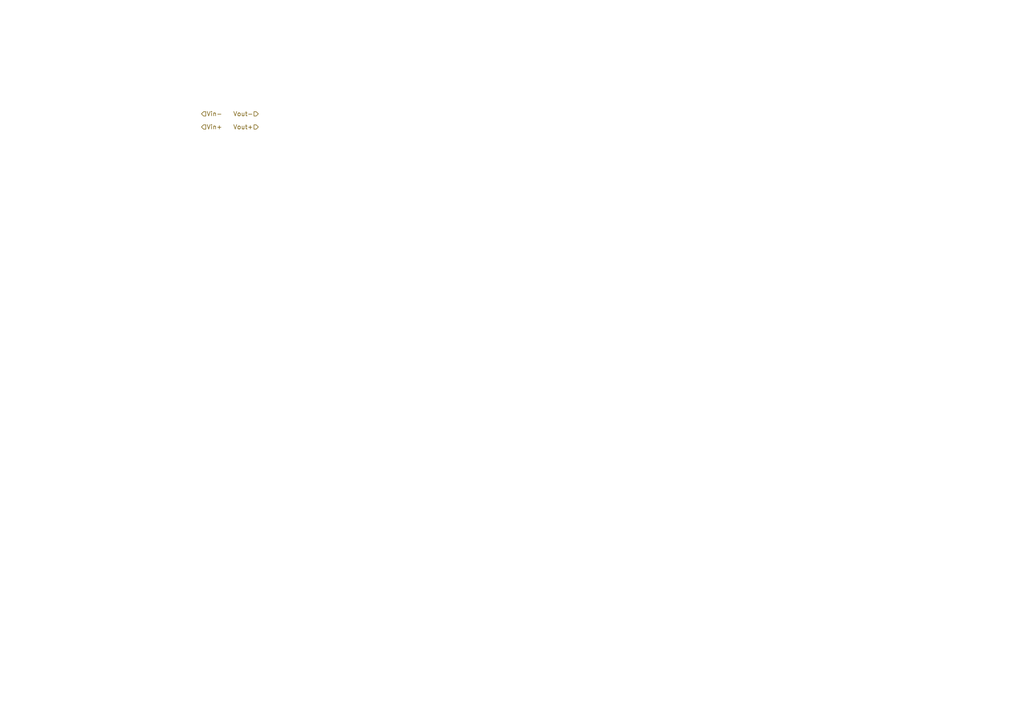
<source format=kicad_sch>
(kicad_sch
	(version 20231120)
	(generator "eeschema")
	(generator_version "8.0")
	(uuid "19800629-00e6-4e46-b5dd-8d09bc8f24cb")
	(paper "A4")
	(lib_symbols)
	(hierarchical_label "Vout+"
		(shape input)
		(at 74.93 36.83 180)
		(effects
			(font
				(size 1.27 1.27)
			)
			(justify right)
		)
		(uuid "17fa65c2-a60c-491e-a756-0ad06b7e02c3")
	)
	(hierarchical_label "Vin-"
		(shape input)
		(at 58.42 33.02 0)
		(effects
			(font
				(size 1.27 1.27)
			)
			(justify left)
		)
		(uuid "488017ab-5e73-495e-bf71-df4382cde917")
	)
	(hierarchical_label "Vout-"
		(shape input)
		(at 74.93 33.02 180)
		(effects
			(font
				(size 1.27 1.27)
			)
			(justify right)
		)
		(uuid "6d06370b-f613-4374-ab09-aec3c4e512f3")
	)
	(hierarchical_label "Vin+"
		(shape input)
		(at 58.42 36.83 0)
		(effects
			(font
				(size 1.27 1.27)
			)
			(justify left)
		)
		(uuid "a76d0db2-763c-4e47-a530-62eac87c0391")
	)
)

</source>
